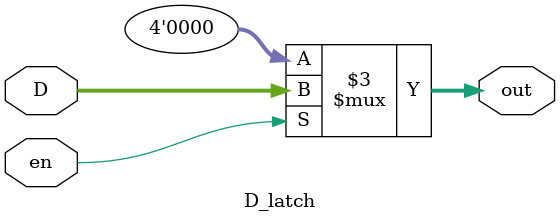
<source format=v>
`timescale 1ns / 1ps
module D_latch(D,en, out);
input [3:0] D;
input en;
output reg [3:0] out;

always@(en or D)
begin 
if(en)
out<=D;
else
out<=4'b0000;
end 
endmodule

</source>
